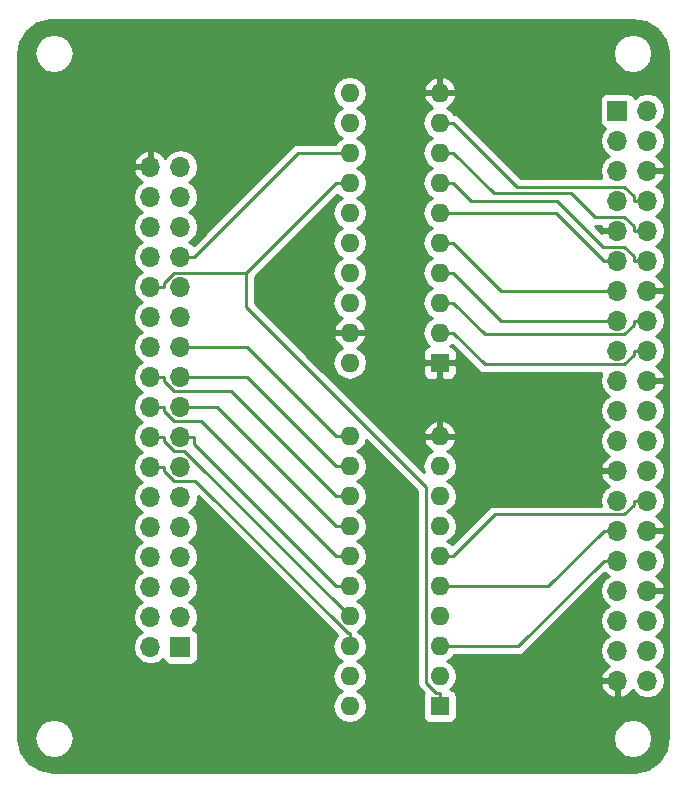
<source format=gbr>
G04 #@! TF.FileFunction,Copper,L2,Bot,Signal*
%FSLAX46Y46*%
G04 Gerber Fmt 4.6, Leading zero omitted, Abs format (unit mm)*
G04 Created by KiCad (PCBNEW 4.0.7) date 12/26/17 02:37:40*
%MOMM*%
%LPD*%
G01*
G04 APERTURE LIST*
%ADD10C,0.100000*%
%ADD11R,1.700000X1.700000*%
%ADD12O,1.700000X1.700000*%
%ADD13R,1.600000X1.600000*%
%ADD14O,1.600000X1.600000*%
%ADD15C,0.250000*%
%ADD16C,0.254000*%
G04 APERTURE END LIST*
D10*
D11*
X252633000Y-59933800D03*
D12*
X255173000Y-59933800D03*
X252633000Y-62473800D03*
X255173000Y-62473800D03*
X252633000Y-65013800D03*
X255173000Y-65013800D03*
X252633000Y-67553800D03*
X255173000Y-67553800D03*
X252633000Y-70093800D03*
X255173000Y-70093800D03*
X252633000Y-72633800D03*
X255173000Y-72633800D03*
X252633000Y-75173800D03*
X255173000Y-75173800D03*
X252633000Y-77713800D03*
X255173000Y-77713800D03*
X252633000Y-80253800D03*
X255173000Y-80253800D03*
X252633000Y-82793800D03*
X255173000Y-82793800D03*
X252633000Y-85333800D03*
X255173000Y-85333800D03*
X252633000Y-87873800D03*
X255173000Y-87873800D03*
X252633000Y-90413800D03*
X255173000Y-90413800D03*
X252633000Y-92953800D03*
X255173000Y-92953800D03*
X252633000Y-95493800D03*
X255173000Y-95493800D03*
X252633000Y-98033800D03*
X255173000Y-98033800D03*
X252633000Y-100573800D03*
X255173000Y-100573800D03*
X252633000Y-103113800D03*
X255173000Y-103113800D03*
X252633000Y-105653800D03*
X255173000Y-105653800D03*
X252633000Y-108193800D03*
X255173000Y-108193800D03*
D11*
X215633000Y-105334000D03*
D12*
X213093000Y-105334000D03*
X215633000Y-102794000D03*
X213093000Y-102794000D03*
X215633000Y-100254000D03*
X213093000Y-100254000D03*
X215633000Y-97714000D03*
X213093000Y-97714000D03*
X215633000Y-95174000D03*
X213093000Y-95174000D03*
X215633000Y-92634000D03*
X213093000Y-92634000D03*
X215633000Y-90094000D03*
X213093000Y-90094000D03*
X215633000Y-87554000D03*
X213093000Y-87554000D03*
X215633000Y-85014000D03*
X213093000Y-85014000D03*
X215633000Y-82474000D03*
X213093000Y-82474000D03*
X215633000Y-79934000D03*
X213093000Y-79934000D03*
X215633000Y-77394000D03*
X213093000Y-77394000D03*
X215633000Y-74854000D03*
X213093000Y-74854000D03*
X215633000Y-72314000D03*
X213093000Y-72314000D03*
X215633000Y-69774000D03*
X213093000Y-69774000D03*
X215633000Y-67234000D03*
X213093000Y-67234000D03*
X215633000Y-64694000D03*
X213093000Y-64694000D03*
D13*
X237579000Y-81280000D03*
D14*
X229959000Y-58420000D03*
X237579000Y-78740000D03*
X229959000Y-60960000D03*
X237579000Y-76200000D03*
X229959000Y-63500000D03*
X237579000Y-73660000D03*
X229959000Y-66040000D03*
X237579000Y-71120000D03*
X229959000Y-68580000D03*
X237579000Y-68580000D03*
X229959000Y-71120000D03*
X237579000Y-66040000D03*
X229959000Y-73660000D03*
X237579000Y-63500000D03*
X229959000Y-76200000D03*
X237579000Y-60960000D03*
X229959000Y-78740000D03*
X237579000Y-58420000D03*
X229959000Y-81280000D03*
D13*
X237579000Y-110363000D03*
D14*
X229959000Y-87503000D03*
X237579000Y-107823000D03*
X229959000Y-90043000D03*
X237579000Y-105283000D03*
X229959000Y-92583000D03*
X237579000Y-102743000D03*
X229959000Y-95123000D03*
X237579000Y-100203000D03*
X229959000Y-97663000D03*
X237579000Y-97663000D03*
X229959000Y-100203000D03*
X237579000Y-95123000D03*
X229959000Y-102743000D03*
X237579000Y-92583000D03*
X229959000Y-105283000D03*
X237579000Y-90043000D03*
X229959000Y-107823000D03*
X237579000Y-87503000D03*
X229959000Y-110363000D03*
D15*
X253997700Y-67186400D02*
X253997700Y-67553800D01*
X253189800Y-66378500D02*
X253997700Y-67186400D01*
X244122800Y-66378500D02*
X253189800Y-66378500D01*
X238704300Y-60960000D02*
X244122800Y-66378500D01*
X237579000Y-60960000D02*
X238704300Y-60960000D01*
X255173000Y-67553800D02*
X253997700Y-67553800D01*
X253997700Y-69726400D02*
X253997700Y-70093800D01*
X253189800Y-68918500D02*
X253997700Y-69726400D01*
X250691900Y-68918500D02*
X253189800Y-68918500D01*
X248713600Y-66940200D02*
X250691900Y-68918500D01*
X242144500Y-66940200D02*
X248713600Y-66940200D01*
X238704300Y-63500000D02*
X242144500Y-66940200D01*
X237579000Y-63500000D02*
X238704300Y-63500000D01*
X255173000Y-70093800D02*
X253997700Y-70093800D01*
X242758100Y-75173800D02*
X252633000Y-75173800D01*
X238704300Y-71120000D02*
X242758100Y-75173800D01*
X237579000Y-71120000D02*
X238704300Y-71120000D01*
X253997700Y-72266400D02*
X253997700Y-72633800D01*
X253189800Y-71458500D02*
X253997700Y-72266400D01*
X251402100Y-71458500D02*
X253189800Y-71458500D01*
X247544400Y-67600800D02*
X251402100Y-71458500D01*
X240265100Y-67600800D02*
X247544400Y-67600800D01*
X238704300Y-66040000D02*
X240265100Y-67600800D01*
X237579000Y-66040000D02*
X238704300Y-66040000D01*
X255173000Y-72633800D02*
X253997700Y-72633800D01*
X242758100Y-77713800D02*
X252633000Y-77713800D01*
X238704300Y-73660000D02*
X242758100Y-77713800D01*
X237579000Y-73660000D02*
X238704300Y-73660000D01*
X253997700Y-78081200D02*
X253997700Y-77713800D01*
X253189800Y-78889100D02*
X253997700Y-78081200D01*
X241393400Y-78889100D02*
X253189800Y-78889100D01*
X238704300Y-76200000D02*
X241393400Y-78889100D01*
X237579000Y-76200000D02*
X238704300Y-76200000D01*
X255173000Y-77713800D02*
X253997700Y-77713800D01*
X253997700Y-80621200D02*
X253997700Y-80253800D01*
X253189800Y-81429100D02*
X253997700Y-80621200D01*
X241393400Y-81429100D02*
X253189800Y-81429100D01*
X238704300Y-78740000D02*
X241393400Y-81429100D01*
X237579000Y-78740000D02*
X238704300Y-78740000D01*
X255173000Y-80253800D02*
X253997700Y-80253800D01*
X247403900Y-68580000D02*
X251457700Y-72633800D01*
X237579000Y-68580000D02*
X247403900Y-68580000D01*
X252633000Y-72633800D02*
X251457700Y-72633800D01*
X253997700Y-93321200D02*
X253997700Y-92953800D01*
X253189800Y-94129100D02*
X253997700Y-93321200D01*
X242238200Y-94129100D02*
X253189800Y-94129100D01*
X238704300Y-97663000D02*
X242238200Y-94129100D01*
X237579000Y-97663000D02*
X238704300Y-97663000D01*
X255173000Y-92953800D02*
X253997700Y-92953800D01*
X246748500Y-100203000D02*
X251457700Y-95493800D01*
X237579000Y-100203000D02*
X246748500Y-100203000D01*
X252633000Y-95493800D02*
X251457700Y-95493800D01*
X244208500Y-105283000D02*
X251457700Y-98033800D01*
X237579000Y-105283000D02*
X244208500Y-105283000D01*
X252633000Y-98033800D02*
X251457700Y-98033800D01*
X216808300Y-88177600D02*
X216808300Y-87554000D01*
X228833700Y-100203000D02*
X216808300Y-88177600D01*
X229959000Y-100203000D02*
X228833700Y-100203000D01*
X215633000Y-87554000D02*
X216808300Y-87554000D01*
X218724700Y-85014000D02*
X215633000Y-85014000D01*
X228833700Y-95123000D02*
X218724700Y-85014000D01*
X229959000Y-95123000D02*
X228833700Y-95123000D01*
X229959000Y-90043000D02*
X228833700Y-90043000D01*
X221264700Y-82474000D02*
X215633000Y-82474000D01*
X228833700Y-90043000D02*
X221264700Y-82474000D01*
X221264700Y-79934000D02*
X215633000Y-79934000D01*
X228833700Y-87503000D02*
X221264700Y-79934000D01*
X229959000Y-87503000D02*
X228833700Y-87503000D01*
X225622300Y-63500000D02*
X216808300Y-72314000D01*
X229959000Y-63500000D02*
X225622300Y-63500000D01*
X215633000Y-72314000D02*
X216808300Y-72314000D01*
X229959000Y-105283000D02*
X229959000Y-104157700D01*
X213093000Y-90094000D02*
X214268300Y-90094000D01*
X214268300Y-90461400D02*
X214268300Y-90094000D01*
X215076200Y-91269300D02*
X214268300Y-90461400D01*
X216887000Y-91269300D02*
X215076200Y-91269300D01*
X229775400Y-104157700D02*
X216887000Y-91269300D01*
X229959000Y-104157700D02*
X229775400Y-104157700D01*
X214268300Y-87921400D02*
X214268300Y-87554000D01*
X215076200Y-88729300D02*
X214268300Y-87921400D01*
X215945300Y-88729300D02*
X215076200Y-88729300D01*
X229959000Y-102743000D02*
X215945300Y-88729300D01*
X213093000Y-87554000D02*
X214268300Y-87554000D01*
X214268300Y-85381400D02*
X214268300Y-85014000D01*
X215076200Y-86189300D02*
X214268300Y-85381400D01*
X217360000Y-86189300D02*
X215076200Y-86189300D01*
X228833700Y-97663000D02*
X217360000Y-86189300D01*
X229959000Y-97663000D02*
X228833700Y-97663000D01*
X213093000Y-85014000D02*
X214268300Y-85014000D01*
X214268300Y-82841400D02*
X214268300Y-82474000D01*
X215076200Y-83649300D02*
X214268300Y-82841400D01*
X219900000Y-83649300D02*
X215076200Y-83649300D01*
X228833700Y-92583000D02*
X219900000Y-83649300D01*
X229959000Y-92583000D02*
X228833700Y-92583000D01*
X213093000Y-82474000D02*
X214268300Y-82474000D01*
X229959000Y-66040000D02*
X228833700Y-66040000D01*
X213093000Y-74854000D02*
X214268300Y-74854000D01*
X237579000Y-110363000D02*
X237579000Y-109237700D01*
X221195000Y-76575200D02*
X221195000Y-73678700D01*
X236453700Y-91833900D02*
X221195000Y-76575200D01*
X236453700Y-108393800D02*
X236453700Y-91833900D01*
X237297600Y-109237700D02*
X236453700Y-108393800D01*
X237579000Y-109237700D02*
X237297600Y-109237700D01*
X228833700Y-66040000D02*
X221195000Y-73678700D01*
X214268300Y-74486600D02*
X214268300Y-74854000D01*
X215076200Y-73678700D02*
X214268300Y-74486600D01*
X221195000Y-73678700D02*
X215076200Y-73678700D01*
D16*
G36*
X255051383Y-52447974D02*
X255988119Y-53026451D01*
X256633701Y-53921482D01*
X256896800Y-55000140D01*
X256896800Y-112883993D01*
X256707384Y-114053835D01*
X256128905Y-114990572D01*
X255233876Y-115636153D01*
X254155218Y-115899252D01*
X204862710Y-115899252D01*
X203710717Y-115712726D01*
X202773980Y-115134247D01*
X202128399Y-114239218D01*
X201862760Y-113150147D01*
X201862760Y-113080800D01*
X203241810Y-113080800D01*
X203369136Y-113720911D01*
X203731730Y-114263570D01*
X204274389Y-114626164D01*
X204914500Y-114753490D01*
X205554611Y-114626164D01*
X206097270Y-114263570D01*
X206459864Y-113720911D01*
X206584663Y-113093500D01*
X252238410Y-113093500D01*
X252365736Y-113733611D01*
X252728330Y-114276270D01*
X253270989Y-114638864D01*
X253911100Y-114766190D01*
X254551211Y-114638864D01*
X255093870Y-114276270D01*
X255456464Y-113733611D01*
X255583790Y-113093500D01*
X255456464Y-112453389D01*
X255093870Y-111910730D01*
X254551211Y-111548136D01*
X253911100Y-111420810D01*
X253270989Y-111548136D01*
X252728330Y-111910730D01*
X252365736Y-112453389D01*
X252238410Y-113093500D01*
X206584663Y-113093500D01*
X206587190Y-113080800D01*
X206459864Y-112440689D01*
X206097270Y-111898030D01*
X205554611Y-111535436D01*
X204914500Y-111408110D01*
X204274389Y-111535436D01*
X203731730Y-111898030D01*
X203369136Y-112440689D01*
X203241810Y-113080800D01*
X201862760Y-113080800D01*
X201862760Y-67234000D01*
X211578907Y-67234000D01*
X211691946Y-67802285D01*
X212013853Y-68284054D01*
X212343026Y-68504000D01*
X212013853Y-68723946D01*
X211691946Y-69205715D01*
X211578907Y-69774000D01*
X211691946Y-70342285D01*
X212013853Y-70824054D01*
X212343026Y-71044000D01*
X212013853Y-71263946D01*
X211691946Y-71745715D01*
X211578907Y-72314000D01*
X211691946Y-72882285D01*
X212013853Y-73364054D01*
X212343026Y-73584000D01*
X212013853Y-73803946D01*
X211691946Y-74285715D01*
X211578907Y-74854000D01*
X211691946Y-75422285D01*
X212013853Y-75904054D01*
X212343026Y-76124000D01*
X212013853Y-76343946D01*
X211691946Y-76825715D01*
X211578907Y-77394000D01*
X211691946Y-77962285D01*
X212013853Y-78444054D01*
X212343026Y-78664000D01*
X212013853Y-78883946D01*
X211691946Y-79365715D01*
X211578907Y-79934000D01*
X211691946Y-80502285D01*
X212013853Y-80984054D01*
X212343026Y-81204000D01*
X212013853Y-81423946D01*
X211691946Y-81905715D01*
X211578907Y-82474000D01*
X211691946Y-83042285D01*
X212013853Y-83524054D01*
X212343026Y-83744000D01*
X212013853Y-83963946D01*
X211691946Y-84445715D01*
X211578907Y-85014000D01*
X211691946Y-85582285D01*
X212013853Y-86064054D01*
X212343026Y-86284000D01*
X212013853Y-86503946D01*
X211691946Y-86985715D01*
X211578907Y-87554000D01*
X211691946Y-88122285D01*
X212013853Y-88604054D01*
X212343026Y-88824000D01*
X212013853Y-89043946D01*
X211691946Y-89525715D01*
X211578907Y-90094000D01*
X211691946Y-90662285D01*
X212013853Y-91144054D01*
X212343026Y-91364000D01*
X212013853Y-91583946D01*
X211691946Y-92065715D01*
X211578907Y-92634000D01*
X211691946Y-93202285D01*
X212013853Y-93684054D01*
X212343026Y-93904000D01*
X212013853Y-94123946D01*
X211691946Y-94605715D01*
X211578907Y-95174000D01*
X211691946Y-95742285D01*
X212013853Y-96224054D01*
X212343026Y-96444000D01*
X212013853Y-96663946D01*
X211691946Y-97145715D01*
X211578907Y-97714000D01*
X211691946Y-98282285D01*
X212013853Y-98764054D01*
X212343026Y-98984000D01*
X212013853Y-99203946D01*
X211691946Y-99685715D01*
X211578907Y-100254000D01*
X211691946Y-100822285D01*
X212013853Y-101304054D01*
X212343026Y-101524000D01*
X212013853Y-101743946D01*
X211691946Y-102225715D01*
X211578907Y-102794000D01*
X211691946Y-103362285D01*
X212013853Y-103844054D01*
X212343026Y-104064000D01*
X212013853Y-104283946D01*
X211691946Y-104765715D01*
X211578907Y-105334000D01*
X211691946Y-105902285D01*
X212013853Y-106384054D01*
X212495622Y-106705961D01*
X213063907Y-106819000D01*
X213122093Y-106819000D01*
X213690378Y-106705961D01*
X214172147Y-106384054D01*
X214172971Y-106382821D01*
X214179838Y-106419317D01*
X214318910Y-106635441D01*
X214531110Y-106780431D01*
X214783000Y-106831440D01*
X216483000Y-106831440D01*
X216718317Y-106787162D01*
X216934441Y-106648090D01*
X217079431Y-106435890D01*
X217130440Y-106184000D01*
X217130440Y-104484000D01*
X217086162Y-104248683D01*
X216947090Y-104032559D01*
X216734890Y-103887569D01*
X216667459Y-103873914D01*
X216712147Y-103844054D01*
X217034054Y-103362285D01*
X217147093Y-102794000D01*
X217034054Y-102225715D01*
X216712147Y-101743946D01*
X216382974Y-101524000D01*
X216712147Y-101304054D01*
X217034054Y-100822285D01*
X217147093Y-100254000D01*
X217034054Y-99685715D01*
X216712147Y-99203946D01*
X216382974Y-98984000D01*
X216712147Y-98764054D01*
X217034054Y-98282285D01*
X217147093Y-97714000D01*
X217034054Y-97145715D01*
X216712147Y-96663946D01*
X216382974Y-96444000D01*
X216712147Y-96224054D01*
X217034054Y-95742285D01*
X217147093Y-95174000D01*
X217034054Y-94605715D01*
X216712147Y-94123946D01*
X216382974Y-93904000D01*
X216712147Y-93684054D01*
X217034054Y-93202285D01*
X217147093Y-92634000D01*
X217139692Y-92596794D01*
X228874136Y-104331238D01*
X228605120Y-104733849D01*
X228495887Y-105283000D01*
X228605120Y-105832151D01*
X228916189Y-106297698D01*
X229298275Y-106553000D01*
X228916189Y-106808302D01*
X228605120Y-107273849D01*
X228495887Y-107823000D01*
X228605120Y-108372151D01*
X228916189Y-108837698D01*
X229298275Y-109093000D01*
X228916189Y-109348302D01*
X228605120Y-109813849D01*
X228495887Y-110363000D01*
X228605120Y-110912151D01*
X228916189Y-111377698D01*
X229381736Y-111688767D01*
X229930887Y-111798000D01*
X229987113Y-111798000D01*
X230536264Y-111688767D01*
X231001811Y-111377698D01*
X231312880Y-110912151D01*
X231422113Y-110363000D01*
X231312880Y-109813849D01*
X231001811Y-109348302D01*
X230619725Y-109093000D01*
X231001811Y-108837698D01*
X231312880Y-108372151D01*
X231422113Y-107823000D01*
X231312880Y-107273849D01*
X231001811Y-106808302D01*
X230619725Y-106553000D01*
X231001811Y-106297698D01*
X231312880Y-105832151D01*
X231422113Y-105283000D01*
X231312880Y-104733849D01*
X231001811Y-104268302D01*
X230701022Y-104067321D01*
X230681947Y-103971424D01*
X231001811Y-103757698D01*
X231312880Y-103292151D01*
X231422113Y-102743000D01*
X231312880Y-102193849D01*
X231001811Y-101728302D01*
X230619725Y-101473000D01*
X231001811Y-101217698D01*
X231312880Y-100752151D01*
X231422113Y-100203000D01*
X231312880Y-99653849D01*
X231001811Y-99188302D01*
X230619725Y-98933000D01*
X231001811Y-98677698D01*
X231312880Y-98212151D01*
X231422113Y-97663000D01*
X231312880Y-97113849D01*
X231001811Y-96648302D01*
X230619725Y-96393000D01*
X231001811Y-96137698D01*
X231312880Y-95672151D01*
X231422113Y-95123000D01*
X231312880Y-94573849D01*
X231001811Y-94108302D01*
X230619725Y-93853000D01*
X231001811Y-93597698D01*
X231312880Y-93132151D01*
X231422113Y-92583000D01*
X231312880Y-92033849D01*
X231001811Y-91568302D01*
X230619725Y-91313000D01*
X231001811Y-91057698D01*
X231312880Y-90592151D01*
X231422113Y-90043000D01*
X231312880Y-89493849D01*
X231001811Y-89028302D01*
X230619725Y-88773000D01*
X231001811Y-88517698D01*
X231312880Y-88052151D01*
X231360043Y-87815045D01*
X235693700Y-92148702D01*
X235693700Y-108393800D01*
X235751552Y-108684639D01*
X235916299Y-108931201D01*
X236228697Y-109243599D01*
X236182569Y-109311110D01*
X236131560Y-109563000D01*
X236131560Y-111163000D01*
X236175838Y-111398317D01*
X236314910Y-111614441D01*
X236527110Y-111759431D01*
X236779000Y-111810440D01*
X238379000Y-111810440D01*
X238614317Y-111766162D01*
X238830441Y-111627090D01*
X238975431Y-111414890D01*
X239026440Y-111163000D01*
X239026440Y-109563000D01*
X238982162Y-109327683D01*
X238843090Y-109111559D01*
X238630890Y-108966569D01*
X238475911Y-108935185D01*
X238621811Y-108837698D01*
X238813583Y-108550690D01*
X251191524Y-108550690D01*
X251361355Y-108960724D01*
X251751642Y-109388983D01*
X252276108Y-109635286D01*
X252506000Y-109514619D01*
X252506000Y-108320800D01*
X251312845Y-108320800D01*
X251191524Y-108550690D01*
X238813583Y-108550690D01*
X238932880Y-108372151D01*
X239042113Y-107823000D01*
X238932880Y-107273849D01*
X238621811Y-106808302D01*
X238239725Y-106553000D01*
X238621811Y-106297698D01*
X238791995Y-106043000D01*
X244208500Y-106043000D01*
X244499339Y-105985148D01*
X244745901Y-105820401D01*
X251525252Y-99041050D01*
X251553853Y-99083854D01*
X251883026Y-99303800D01*
X251553853Y-99523746D01*
X251231946Y-100005515D01*
X251118907Y-100573800D01*
X251231946Y-101142085D01*
X251553853Y-101623854D01*
X251883026Y-101843800D01*
X251553853Y-102063746D01*
X251231946Y-102545515D01*
X251118907Y-103113800D01*
X251231946Y-103682085D01*
X251553853Y-104163854D01*
X251883026Y-104383800D01*
X251553853Y-104603746D01*
X251231946Y-105085515D01*
X251118907Y-105653800D01*
X251231946Y-106222085D01*
X251553853Y-106703854D01*
X251894553Y-106931502D01*
X251751642Y-106998617D01*
X251361355Y-107426876D01*
X251191524Y-107836910D01*
X251312845Y-108066800D01*
X252506000Y-108066800D01*
X252506000Y-108046800D01*
X252760000Y-108046800D01*
X252760000Y-108066800D01*
X252780000Y-108066800D01*
X252780000Y-108320800D01*
X252760000Y-108320800D01*
X252760000Y-109514619D01*
X252989892Y-109635286D01*
X253514358Y-109388983D01*
X253904645Y-108960724D01*
X253904655Y-108960699D01*
X254093853Y-109243854D01*
X254575622Y-109565761D01*
X255143907Y-109678800D01*
X255202093Y-109678800D01*
X255770378Y-109565761D01*
X256252147Y-109243854D01*
X256574054Y-108762085D01*
X256687093Y-108193800D01*
X256574054Y-107625515D01*
X256252147Y-107143746D01*
X255922974Y-106923800D01*
X256252147Y-106703854D01*
X256574054Y-106222085D01*
X256687093Y-105653800D01*
X256574054Y-105085515D01*
X256252147Y-104603746D01*
X255922974Y-104383800D01*
X256252147Y-104163854D01*
X256574054Y-103682085D01*
X256687093Y-103113800D01*
X256574054Y-102545515D01*
X256252147Y-102063746D01*
X255911447Y-101836098D01*
X256054358Y-101768983D01*
X256444645Y-101340724D01*
X256614476Y-100930690D01*
X256493155Y-100700800D01*
X255300000Y-100700800D01*
X255300000Y-100720800D01*
X255046000Y-100720800D01*
X255046000Y-100700800D01*
X255026000Y-100700800D01*
X255026000Y-100446800D01*
X255046000Y-100446800D01*
X255046000Y-100426800D01*
X255300000Y-100426800D01*
X255300000Y-100446800D01*
X256493155Y-100446800D01*
X256614476Y-100216910D01*
X256444645Y-99806876D01*
X256054358Y-99378617D01*
X255911447Y-99311502D01*
X256252147Y-99083854D01*
X256574054Y-98602085D01*
X256687093Y-98033800D01*
X256574054Y-97465515D01*
X256252147Y-96983746D01*
X255911447Y-96756098D01*
X256054358Y-96688983D01*
X256444645Y-96260724D01*
X256614476Y-95850690D01*
X256493155Y-95620800D01*
X255300000Y-95620800D01*
X255300000Y-95640800D01*
X255046000Y-95640800D01*
X255046000Y-95620800D01*
X255026000Y-95620800D01*
X255026000Y-95366800D01*
X255046000Y-95366800D01*
X255046000Y-95346800D01*
X255300000Y-95346800D01*
X255300000Y-95366800D01*
X256493155Y-95366800D01*
X256614476Y-95136910D01*
X256444645Y-94726876D01*
X256054358Y-94298617D01*
X255911447Y-94231502D01*
X256252147Y-94003854D01*
X256574054Y-93522085D01*
X256687093Y-92953800D01*
X256574054Y-92385515D01*
X256252147Y-91903746D01*
X255922974Y-91683800D01*
X256252147Y-91463854D01*
X256574054Y-90982085D01*
X256687093Y-90413800D01*
X256574054Y-89845515D01*
X256252147Y-89363746D01*
X255922974Y-89143800D01*
X256252147Y-88923854D01*
X256574054Y-88442085D01*
X256687093Y-87873800D01*
X256574054Y-87305515D01*
X256252147Y-86823746D01*
X255922974Y-86603800D01*
X256252147Y-86383854D01*
X256574054Y-85902085D01*
X256687093Y-85333800D01*
X256574054Y-84765515D01*
X256252147Y-84283746D01*
X255911447Y-84056098D01*
X256054358Y-83988983D01*
X256444645Y-83560724D01*
X256614476Y-83150690D01*
X256493155Y-82920800D01*
X255300000Y-82920800D01*
X255300000Y-82940800D01*
X255046000Y-82940800D01*
X255046000Y-82920800D01*
X255026000Y-82920800D01*
X255026000Y-82666800D01*
X255046000Y-82666800D01*
X255046000Y-82646800D01*
X255300000Y-82646800D01*
X255300000Y-82666800D01*
X256493155Y-82666800D01*
X256614476Y-82436910D01*
X256444645Y-82026876D01*
X256054358Y-81598617D01*
X255911447Y-81531502D01*
X256252147Y-81303854D01*
X256574054Y-80822085D01*
X256687093Y-80253800D01*
X256574054Y-79685515D01*
X256252147Y-79203746D01*
X255922974Y-78983800D01*
X256252147Y-78763854D01*
X256574054Y-78282085D01*
X256687093Y-77713800D01*
X256574054Y-77145515D01*
X256252147Y-76663746D01*
X255911447Y-76436098D01*
X256054358Y-76368983D01*
X256444645Y-75940724D01*
X256614476Y-75530690D01*
X256493155Y-75300800D01*
X255300000Y-75300800D01*
X255300000Y-75320800D01*
X255046000Y-75320800D01*
X255046000Y-75300800D01*
X255026000Y-75300800D01*
X255026000Y-75046800D01*
X255046000Y-75046800D01*
X255046000Y-75026800D01*
X255300000Y-75026800D01*
X255300000Y-75046800D01*
X256493155Y-75046800D01*
X256614476Y-74816910D01*
X256444645Y-74406876D01*
X256054358Y-73978617D01*
X255911447Y-73911502D01*
X256252147Y-73683854D01*
X256574054Y-73202085D01*
X256687093Y-72633800D01*
X256574054Y-72065515D01*
X256252147Y-71583746D01*
X255922974Y-71363800D01*
X256252147Y-71143854D01*
X256574054Y-70662085D01*
X256687093Y-70093800D01*
X256574054Y-69525515D01*
X256252147Y-69043746D01*
X255922974Y-68823800D01*
X256252147Y-68603854D01*
X256574054Y-68122085D01*
X256687093Y-67553800D01*
X256574054Y-66985515D01*
X256252147Y-66503746D01*
X255911447Y-66276098D01*
X256054358Y-66208983D01*
X256444645Y-65780724D01*
X256614476Y-65370690D01*
X256493155Y-65140800D01*
X255300000Y-65140800D01*
X255300000Y-65160800D01*
X255046000Y-65160800D01*
X255046000Y-65140800D01*
X255026000Y-65140800D01*
X255026000Y-64886800D01*
X255046000Y-64886800D01*
X255046000Y-64866800D01*
X255300000Y-64866800D01*
X255300000Y-64886800D01*
X256493155Y-64886800D01*
X256614476Y-64656910D01*
X256444645Y-64246876D01*
X256054358Y-63818617D01*
X255911447Y-63751502D01*
X256252147Y-63523854D01*
X256574054Y-63042085D01*
X256687093Y-62473800D01*
X256574054Y-61905515D01*
X256252147Y-61423746D01*
X255922974Y-61203800D01*
X256252147Y-60983854D01*
X256574054Y-60502085D01*
X256687093Y-59933800D01*
X256574054Y-59365515D01*
X256252147Y-58883746D01*
X255770378Y-58561839D01*
X255202093Y-58448800D01*
X255143907Y-58448800D01*
X254575622Y-58561839D01*
X254093853Y-58883746D01*
X254093029Y-58884979D01*
X254086162Y-58848483D01*
X253947090Y-58632359D01*
X253734890Y-58487369D01*
X253483000Y-58436360D01*
X251783000Y-58436360D01*
X251547683Y-58480638D01*
X251331559Y-58619710D01*
X251186569Y-58831910D01*
X251135560Y-59083800D01*
X251135560Y-60783800D01*
X251179838Y-61019117D01*
X251318910Y-61235241D01*
X251531110Y-61380231D01*
X251598541Y-61393886D01*
X251553853Y-61423746D01*
X251231946Y-61905515D01*
X251118907Y-62473800D01*
X251231946Y-63042085D01*
X251553853Y-63523854D01*
X251883026Y-63743800D01*
X251553853Y-63963746D01*
X251231946Y-64445515D01*
X251118907Y-65013800D01*
X251231946Y-65582085D01*
X251256278Y-65618500D01*
X244437602Y-65618500D01*
X239241701Y-60422599D01*
X238995139Y-60257852D01*
X238805437Y-60220118D01*
X238621811Y-59945302D01*
X238217297Y-59675014D01*
X238434134Y-59572389D01*
X238810041Y-59157423D01*
X238970904Y-58769039D01*
X238848915Y-58547000D01*
X237706000Y-58547000D01*
X237706000Y-58567000D01*
X237452000Y-58567000D01*
X237452000Y-58547000D01*
X236309085Y-58547000D01*
X236187096Y-58769039D01*
X236347959Y-59157423D01*
X236723866Y-59572389D01*
X236940703Y-59675014D01*
X236536189Y-59945302D01*
X236225120Y-60410849D01*
X236115887Y-60960000D01*
X236225120Y-61509151D01*
X236536189Y-61974698D01*
X236918275Y-62230000D01*
X236536189Y-62485302D01*
X236225120Y-62950849D01*
X236115887Y-63500000D01*
X236225120Y-64049151D01*
X236536189Y-64514698D01*
X236918275Y-64770000D01*
X236536189Y-65025302D01*
X236225120Y-65490849D01*
X236115887Y-66040000D01*
X236225120Y-66589151D01*
X236536189Y-67054698D01*
X236918275Y-67310000D01*
X236536189Y-67565302D01*
X236225120Y-68030849D01*
X236115887Y-68580000D01*
X236225120Y-69129151D01*
X236536189Y-69594698D01*
X236918275Y-69850000D01*
X236536189Y-70105302D01*
X236225120Y-70570849D01*
X236115887Y-71120000D01*
X236225120Y-71669151D01*
X236536189Y-72134698D01*
X236918275Y-72390000D01*
X236536189Y-72645302D01*
X236225120Y-73110849D01*
X236115887Y-73660000D01*
X236225120Y-74209151D01*
X236536189Y-74674698D01*
X236918275Y-74930000D01*
X236536189Y-75185302D01*
X236225120Y-75650849D01*
X236115887Y-76200000D01*
X236225120Y-76749151D01*
X236536189Y-77214698D01*
X236918275Y-77470000D01*
X236536189Y-77725302D01*
X236225120Y-78190849D01*
X236115887Y-78740000D01*
X236225120Y-79289151D01*
X236536189Y-79754698D01*
X236671335Y-79845000D01*
X236652691Y-79845000D01*
X236419302Y-79941673D01*
X236240673Y-80120301D01*
X236144000Y-80353690D01*
X236144000Y-80994250D01*
X236302750Y-81153000D01*
X237452000Y-81153000D01*
X237452000Y-81133000D01*
X237706000Y-81133000D01*
X237706000Y-81153000D01*
X238855250Y-81153000D01*
X239014000Y-80994250D01*
X239014000Y-80353690D01*
X238917327Y-80120301D01*
X238738698Y-79941673D01*
X238505309Y-79845000D01*
X238486665Y-79845000D01*
X238621811Y-79754698D01*
X238630777Y-79741279D01*
X240855999Y-81966501D01*
X241102561Y-82131248D01*
X241393400Y-82189100D01*
X251256278Y-82189100D01*
X251231946Y-82225515D01*
X251118907Y-82793800D01*
X251231946Y-83362085D01*
X251553853Y-83843854D01*
X251883026Y-84063800D01*
X251553853Y-84283746D01*
X251231946Y-84765515D01*
X251118907Y-85333800D01*
X251231946Y-85902085D01*
X251553853Y-86383854D01*
X251883026Y-86603800D01*
X251553853Y-86823746D01*
X251231946Y-87305515D01*
X251118907Y-87873800D01*
X251231946Y-88442085D01*
X251553853Y-88923854D01*
X251894553Y-89151502D01*
X251751642Y-89218617D01*
X251361355Y-89646876D01*
X251191524Y-90056910D01*
X251312845Y-90286800D01*
X252506000Y-90286800D01*
X252506000Y-90266800D01*
X252760000Y-90266800D01*
X252760000Y-90286800D01*
X252780000Y-90286800D01*
X252780000Y-90540800D01*
X252760000Y-90540800D01*
X252760000Y-90560800D01*
X252506000Y-90560800D01*
X252506000Y-90540800D01*
X251312845Y-90540800D01*
X251191524Y-90770690D01*
X251361355Y-91180724D01*
X251751642Y-91608983D01*
X251894553Y-91676098D01*
X251553853Y-91903746D01*
X251231946Y-92385515D01*
X251118907Y-92953800D01*
X251201515Y-93369100D01*
X242238200Y-93369100D01*
X241947360Y-93426952D01*
X241700799Y-93591699D01*
X238630777Y-96661721D01*
X238621811Y-96648302D01*
X238239725Y-96393000D01*
X238621811Y-96137698D01*
X238932880Y-95672151D01*
X239042113Y-95123000D01*
X238932880Y-94573849D01*
X238621811Y-94108302D01*
X238239725Y-93853000D01*
X238621811Y-93597698D01*
X238932880Y-93132151D01*
X239042113Y-92583000D01*
X238932880Y-92033849D01*
X238621811Y-91568302D01*
X238239725Y-91313000D01*
X238621811Y-91057698D01*
X238932880Y-90592151D01*
X239042113Y-90043000D01*
X238932880Y-89493849D01*
X238621811Y-89028302D01*
X238217297Y-88758014D01*
X238434134Y-88655389D01*
X238810041Y-88240423D01*
X238970904Y-87852039D01*
X238848915Y-87630000D01*
X237706000Y-87630000D01*
X237706000Y-87650000D01*
X237452000Y-87650000D01*
X237452000Y-87630000D01*
X236309085Y-87630000D01*
X236187096Y-87852039D01*
X236347959Y-88240423D01*
X236723866Y-88655389D01*
X236940703Y-88758014D01*
X236536189Y-89028302D01*
X236225120Y-89493849D01*
X236115887Y-90043000D01*
X236209816Y-90515214D01*
X232848563Y-87153961D01*
X236187096Y-87153961D01*
X236309085Y-87376000D01*
X237452000Y-87376000D01*
X237452000Y-86232371D01*
X237706000Y-86232371D01*
X237706000Y-87376000D01*
X238848915Y-87376000D01*
X238970904Y-87153961D01*
X238810041Y-86765577D01*
X238434134Y-86350611D01*
X237928041Y-86111086D01*
X237706000Y-86232371D01*
X237452000Y-86232371D01*
X237229959Y-86111086D01*
X236723866Y-86350611D01*
X236347959Y-86765577D01*
X236187096Y-87153961D01*
X232848563Y-87153961D01*
X226974602Y-81280000D01*
X228495887Y-81280000D01*
X228605120Y-81829151D01*
X228916189Y-82294698D01*
X229381736Y-82605767D01*
X229930887Y-82715000D01*
X229987113Y-82715000D01*
X230536264Y-82605767D01*
X231001811Y-82294698D01*
X231312880Y-81829151D01*
X231365273Y-81565750D01*
X236144000Y-81565750D01*
X236144000Y-82206310D01*
X236240673Y-82439699D01*
X236419302Y-82618327D01*
X236652691Y-82715000D01*
X237293250Y-82715000D01*
X237452000Y-82556250D01*
X237452000Y-81407000D01*
X237706000Y-81407000D01*
X237706000Y-82556250D01*
X237864750Y-82715000D01*
X238505309Y-82715000D01*
X238738698Y-82618327D01*
X238917327Y-82439699D01*
X239014000Y-82206310D01*
X239014000Y-81565750D01*
X238855250Y-81407000D01*
X237706000Y-81407000D01*
X237452000Y-81407000D01*
X236302750Y-81407000D01*
X236144000Y-81565750D01*
X231365273Y-81565750D01*
X231422113Y-81280000D01*
X231312880Y-80730849D01*
X231001811Y-80265302D01*
X230597297Y-79995014D01*
X230814134Y-79892389D01*
X231190041Y-79477423D01*
X231350904Y-79089039D01*
X231228915Y-78867000D01*
X230086000Y-78867000D01*
X230086000Y-78887000D01*
X229832000Y-78887000D01*
X229832000Y-78867000D01*
X228689085Y-78867000D01*
X228567096Y-79089039D01*
X228727959Y-79477423D01*
X229103866Y-79892389D01*
X229320703Y-79995014D01*
X228916189Y-80265302D01*
X228605120Y-80730849D01*
X228495887Y-81280000D01*
X226974602Y-81280000D01*
X221955000Y-76260398D01*
X221955000Y-73993502D01*
X228907223Y-67041279D01*
X228916189Y-67054698D01*
X229298275Y-67310000D01*
X228916189Y-67565302D01*
X228605120Y-68030849D01*
X228495887Y-68580000D01*
X228605120Y-69129151D01*
X228916189Y-69594698D01*
X229298275Y-69850000D01*
X228916189Y-70105302D01*
X228605120Y-70570849D01*
X228495887Y-71120000D01*
X228605120Y-71669151D01*
X228916189Y-72134698D01*
X229298275Y-72390000D01*
X228916189Y-72645302D01*
X228605120Y-73110849D01*
X228495887Y-73660000D01*
X228605120Y-74209151D01*
X228916189Y-74674698D01*
X229298275Y-74930000D01*
X228916189Y-75185302D01*
X228605120Y-75650849D01*
X228495887Y-76200000D01*
X228605120Y-76749151D01*
X228916189Y-77214698D01*
X229320703Y-77484986D01*
X229103866Y-77587611D01*
X228727959Y-78002577D01*
X228567096Y-78390961D01*
X228689085Y-78613000D01*
X229832000Y-78613000D01*
X229832000Y-78593000D01*
X230086000Y-78593000D01*
X230086000Y-78613000D01*
X231228915Y-78613000D01*
X231350904Y-78390961D01*
X231190041Y-78002577D01*
X230814134Y-77587611D01*
X230597297Y-77484986D01*
X231001811Y-77214698D01*
X231312880Y-76749151D01*
X231422113Y-76200000D01*
X231312880Y-75650849D01*
X231001811Y-75185302D01*
X230619725Y-74930000D01*
X231001811Y-74674698D01*
X231312880Y-74209151D01*
X231422113Y-73660000D01*
X231312880Y-73110849D01*
X231001811Y-72645302D01*
X230619725Y-72390000D01*
X231001811Y-72134698D01*
X231312880Y-71669151D01*
X231422113Y-71120000D01*
X231312880Y-70570849D01*
X231001811Y-70105302D01*
X230619725Y-69850000D01*
X231001811Y-69594698D01*
X231312880Y-69129151D01*
X231422113Y-68580000D01*
X231312880Y-68030849D01*
X231001811Y-67565302D01*
X230619725Y-67310000D01*
X231001811Y-67054698D01*
X231312880Y-66589151D01*
X231422113Y-66040000D01*
X231312880Y-65490849D01*
X231001811Y-65025302D01*
X230619725Y-64770000D01*
X231001811Y-64514698D01*
X231312880Y-64049151D01*
X231422113Y-63500000D01*
X231312880Y-62950849D01*
X231001811Y-62485302D01*
X230619725Y-62230000D01*
X231001811Y-61974698D01*
X231312880Y-61509151D01*
X231422113Y-60960000D01*
X231312880Y-60410849D01*
X231001811Y-59945302D01*
X230619725Y-59690000D01*
X231001811Y-59434698D01*
X231312880Y-58969151D01*
X231422113Y-58420000D01*
X231352685Y-58070961D01*
X236187096Y-58070961D01*
X236309085Y-58293000D01*
X237452000Y-58293000D01*
X237452000Y-57149371D01*
X237706000Y-57149371D01*
X237706000Y-58293000D01*
X238848915Y-58293000D01*
X238970904Y-58070961D01*
X238810041Y-57682577D01*
X238434134Y-57267611D01*
X237928041Y-57028086D01*
X237706000Y-57149371D01*
X237452000Y-57149371D01*
X237229959Y-57028086D01*
X236723866Y-57267611D01*
X236347959Y-57682577D01*
X236187096Y-58070961D01*
X231352685Y-58070961D01*
X231312880Y-57870849D01*
X231001811Y-57405302D01*
X230536264Y-57094233D01*
X229987113Y-56985000D01*
X229930887Y-56985000D01*
X229381736Y-57094233D01*
X228916189Y-57405302D01*
X228605120Y-57870849D01*
X228495887Y-58420000D01*
X228605120Y-58969151D01*
X228916189Y-59434698D01*
X229298275Y-59690000D01*
X228916189Y-59945302D01*
X228605120Y-60410849D01*
X228495887Y-60960000D01*
X228605120Y-61509151D01*
X228916189Y-61974698D01*
X229298275Y-62230000D01*
X228916189Y-62485302D01*
X228746005Y-62740000D01*
X225622300Y-62740000D01*
X225331460Y-62797852D01*
X225084899Y-62962599D01*
X216740748Y-71306750D01*
X216712147Y-71263946D01*
X216382974Y-71044000D01*
X216712147Y-70824054D01*
X217034054Y-70342285D01*
X217147093Y-69774000D01*
X217034054Y-69205715D01*
X216712147Y-68723946D01*
X216382974Y-68504000D01*
X216712147Y-68284054D01*
X217034054Y-67802285D01*
X217147093Y-67234000D01*
X217034054Y-66665715D01*
X216712147Y-66183946D01*
X216382974Y-65964000D01*
X216712147Y-65744054D01*
X217034054Y-65262285D01*
X217147093Y-64694000D01*
X217034054Y-64125715D01*
X216712147Y-63643946D01*
X216230378Y-63322039D01*
X215662093Y-63209000D01*
X215603907Y-63209000D01*
X215035622Y-63322039D01*
X214553853Y-63643946D01*
X214364655Y-63927101D01*
X214364645Y-63927076D01*
X213974358Y-63498817D01*
X213449892Y-63252514D01*
X213220000Y-63373181D01*
X213220000Y-64567000D01*
X213240000Y-64567000D01*
X213240000Y-64821000D01*
X213220000Y-64821000D01*
X213220000Y-64841000D01*
X212966000Y-64841000D01*
X212966000Y-64821000D01*
X211772845Y-64821000D01*
X211651524Y-65050890D01*
X211821355Y-65460924D01*
X212211642Y-65889183D01*
X212354553Y-65956298D01*
X212013853Y-66183946D01*
X211691946Y-66665715D01*
X211578907Y-67234000D01*
X201862760Y-67234000D01*
X201862760Y-64337110D01*
X211651524Y-64337110D01*
X211772845Y-64567000D01*
X212966000Y-64567000D01*
X212966000Y-63373181D01*
X212736108Y-63252514D01*
X212211642Y-63498817D01*
X211821355Y-63927076D01*
X211651524Y-64337110D01*
X201862760Y-64337110D01*
X201862760Y-55274559D01*
X201894278Y-55079900D01*
X203241810Y-55079900D01*
X203369136Y-55720011D01*
X203731730Y-56262670D01*
X204274389Y-56625264D01*
X204914500Y-56752590D01*
X205554611Y-56625264D01*
X206097270Y-56262670D01*
X206459864Y-55720011D01*
X206587190Y-55079900D01*
X252251110Y-55079900D01*
X252378436Y-55720011D01*
X252741030Y-56262670D01*
X253283689Y-56625264D01*
X253923800Y-56752590D01*
X254563911Y-56625264D01*
X255106570Y-56262670D01*
X255469164Y-55720011D01*
X255596490Y-55079900D01*
X255469164Y-54439789D01*
X255106570Y-53897130D01*
X254563911Y-53534536D01*
X253923800Y-53407210D01*
X253283689Y-53534536D01*
X252741030Y-53897130D01*
X252378436Y-54439789D01*
X252251110Y-55079900D01*
X206587190Y-55079900D01*
X206459864Y-54439789D01*
X206097270Y-53897130D01*
X205554611Y-53534536D01*
X204914500Y-53407210D01*
X204274389Y-53534536D01*
X203731730Y-53897130D01*
X203369136Y-54439789D01*
X203241810Y-55079900D01*
X201894278Y-55079900D01*
X202052176Y-54104717D01*
X202630653Y-53167981D01*
X203525684Y-52522399D01*
X204604342Y-52259300D01*
X253886124Y-52259300D01*
X255051383Y-52447974D01*
X255051383Y-52447974D01*
G37*
X255051383Y-52447974D02*
X255988119Y-53026451D01*
X256633701Y-53921482D01*
X256896800Y-55000140D01*
X256896800Y-112883993D01*
X256707384Y-114053835D01*
X256128905Y-114990572D01*
X255233876Y-115636153D01*
X254155218Y-115899252D01*
X204862710Y-115899252D01*
X203710717Y-115712726D01*
X202773980Y-115134247D01*
X202128399Y-114239218D01*
X201862760Y-113150147D01*
X201862760Y-113080800D01*
X203241810Y-113080800D01*
X203369136Y-113720911D01*
X203731730Y-114263570D01*
X204274389Y-114626164D01*
X204914500Y-114753490D01*
X205554611Y-114626164D01*
X206097270Y-114263570D01*
X206459864Y-113720911D01*
X206584663Y-113093500D01*
X252238410Y-113093500D01*
X252365736Y-113733611D01*
X252728330Y-114276270D01*
X253270989Y-114638864D01*
X253911100Y-114766190D01*
X254551211Y-114638864D01*
X255093870Y-114276270D01*
X255456464Y-113733611D01*
X255583790Y-113093500D01*
X255456464Y-112453389D01*
X255093870Y-111910730D01*
X254551211Y-111548136D01*
X253911100Y-111420810D01*
X253270989Y-111548136D01*
X252728330Y-111910730D01*
X252365736Y-112453389D01*
X252238410Y-113093500D01*
X206584663Y-113093500D01*
X206587190Y-113080800D01*
X206459864Y-112440689D01*
X206097270Y-111898030D01*
X205554611Y-111535436D01*
X204914500Y-111408110D01*
X204274389Y-111535436D01*
X203731730Y-111898030D01*
X203369136Y-112440689D01*
X203241810Y-113080800D01*
X201862760Y-113080800D01*
X201862760Y-67234000D01*
X211578907Y-67234000D01*
X211691946Y-67802285D01*
X212013853Y-68284054D01*
X212343026Y-68504000D01*
X212013853Y-68723946D01*
X211691946Y-69205715D01*
X211578907Y-69774000D01*
X211691946Y-70342285D01*
X212013853Y-70824054D01*
X212343026Y-71044000D01*
X212013853Y-71263946D01*
X211691946Y-71745715D01*
X211578907Y-72314000D01*
X211691946Y-72882285D01*
X212013853Y-73364054D01*
X212343026Y-73584000D01*
X212013853Y-73803946D01*
X211691946Y-74285715D01*
X211578907Y-74854000D01*
X211691946Y-75422285D01*
X212013853Y-75904054D01*
X212343026Y-76124000D01*
X212013853Y-76343946D01*
X211691946Y-76825715D01*
X211578907Y-77394000D01*
X211691946Y-77962285D01*
X212013853Y-78444054D01*
X212343026Y-78664000D01*
X212013853Y-78883946D01*
X211691946Y-79365715D01*
X211578907Y-79934000D01*
X211691946Y-80502285D01*
X212013853Y-80984054D01*
X212343026Y-81204000D01*
X212013853Y-81423946D01*
X211691946Y-81905715D01*
X211578907Y-82474000D01*
X211691946Y-83042285D01*
X212013853Y-83524054D01*
X212343026Y-83744000D01*
X212013853Y-83963946D01*
X211691946Y-84445715D01*
X211578907Y-85014000D01*
X211691946Y-85582285D01*
X212013853Y-86064054D01*
X212343026Y-86284000D01*
X212013853Y-86503946D01*
X211691946Y-86985715D01*
X211578907Y-87554000D01*
X211691946Y-88122285D01*
X212013853Y-88604054D01*
X212343026Y-88824000D01*
X212013853Y-89043946D01*
X211691946Y-89525715D01*
X211578907Y-90094000D01*
X211691946Y-90662285D01*
X212013853Y-91144054D01*
X212343026Y-91364000D01*
X212013853Y-91583946D01*
X211691946Y-92065715D01*
X211578907Y-92634000D01*
X211691946Y-93202285D01*
X212013853Y-93684054D01*
X212343026Y-93904000D01*
X212013853Y-94123946D01*
X211691946Y-94605715D01*
X211578907Y-95174000D01*
X211691946Y-95742285D01*
X212013853Y-96224054D01*
X212343026Y-96444000D01*
X212013853Y-96663946D01*
X211691946Y-97145715D01*
X211578907Y-97714000D01*
X211691946Y-98282285D01*
X212013853Y-98764054D01*
X212343026Y-98984000D01*
X212013853Y-99203946D01*
X211691946Y-99685715D01*
X211578907Y-100254000D01*
X211691946Y-100822285D01*
X212013853Y-101304054D01*
X212343026Y-101524000D01*
X212013853Y-101743946D01*
X211691946Y-102225715D01*
X211578907Y-102794000D01*
X211691946Y-103362285D01*
X212013853Y-103844054D01*
X212343026Y-104064000D01*
X212013853Y-104283946D01*
X211691946Y-104765715D01*
X211578907Y-105334000D01*
X211691946Y-105902285D01*
X212013853Y-106384054D01*
X212495622Y-106705961D01*
X213063907Y-106819000D01*
X213122093Y-106819000D01*
X213690378Y-106705961D01*
X214172147Y-106384054D01*
X214172971Y-106382821D01*
X214179838Y-106419317D01*
X214318910Y-106635441D01*
X214531110Y-106780431D01*
X214783000Y-106831440D01*
X216483000Y-106831440D01*
X216718317Y-106787162D01*
X216934441Y-106648090D01*
X217079431Y-106435890D01*
X217130440Y-106184000D01*
X217130440Y-104484000D01*
X217086162Y-104248683D01*
X216947090Y-104032559D01*
X216734890Y-103887569D01*
X216667459Y-103873914D01*
X216712147Y-103844054D01*
X217034054Y-103362285D01*
X217147093Y-102794000D01*
X217034054Y-102225715D01*
X216712147Y-101743946D01*
X216382974Y-101524000D01*
X216712147Y-101304054D01*
X217034054Y-100822285D01*
X217147093Y-100254000D01*
X217034054Y-99685715D01*
X216712147Y-99203946D01*
X216382974Y-98984000D01*
X216712147Y-98764054D01*
X217034054Y-98282285D01*
X217147093Y-97714000D01*
X217034054Y-97145715D01*
X216712147Y-96663946D01*
X216382974Y-96444000D01*
X216712147Y-96224054D01*
X217034054Y-95742285D01*
X217147093Y-95174000D01*
X217034054Y-94605715D01*
X216712147Y-94123946D01*
X216382974Y-93904000D01*
X216712147Y-93684054D01*
X217034054Y-93202285D01*
X217147093Y-92634000D01*
X217139692Y-92596794D01*
X228874136Y-104331238D01*
X228605120Y-104733849D01*
X228495887Y-105283000D01*
X228605120Y-105832151D01*
X228916189Y-106297698D01*
X229298275Y-106553000D01*
X228916189Y-106808302D01*
X228605120Y-107273849D01*
X228495887Y-107823000D01*
X228605120Y-108372151D01*
X228916189Y-108837698D01*
X229298275Y-109093000D01*
X228916189Y-109348302D01*
X228605120Y-109813849D01*
X228495887Y-110363000D01*
X228605120Y-110912151D01*
X228916189Y-111377698D01*
X229381736Y-111688767D01*
X229930887Y-111798000D01*
X229987113Y-111798000D01*
X230536264Y-111688767D01*
X231001811Y-111377698D01*
X231312880Y-110912151D01*
X231422113Y-110363000D01*
X231312880Y-109813849D01*
X231001811Y-109348302D01*
X230619725Y-109093000D01*
X231001811Y-108837698D01*
X231312880Y-108372151D01*
X231422113Y-107823000D01*
X231312880Y-107273849D01*
X231001811Y-106808302D01*
X230619725Y-106553000D01*
X231001811Y-106297698D01*
X231312880Y-105832151D01*
X231422113Y-105283000D01*
X231312880Y-104733849D01*
X231001811Y-104268302D01*
X230701022Y-104067321D01*
X230681947Y-103971424D01*
X231001811Y-103757698D01*
X231312880Y-103292151D01*
X231422113Y-102743000D01*
X231312880Y-102193849D01*
X231001811Y-101728302D01*
X230619725Y-101473000D01*
X231001811Y-101217698D01*
X231312880Y-100752151D01*
X231422113Y-100203000D01*
X231312880Y-99653849D01*
X231001811Y-99188302D01*
X230619725Y-98933000D01*
X231001811Y-98677698D01*
X231312880Y-98212151D01*
X231422113Y-97663000D01*
X231312880Y-97113849D01*
X231001811Y-96648302D01*
X230619725Y-96393000D01*
X231001811Y-96137698D01*
X231312880Y-95672151D01*
X231422113Y-95123000D01*
X231312880Y-94573849D01*
X231001811Y-94108302D01*
X230619725Y-93853000D01*
X231001811Y-93597698D01*
X231312880Y-93132151D01*
X231422113Y-92583000D01*
X231312880Y-92033849D01*
X231001811Y-91568302D01*
X230619725Y-91313000D01*
X231001811Y-91057698D01*
X231312880Y-90592151D01*
X231422113Y-90043000D01*
X231312880Y-89493849D01*
X231001811Y-89028302D01*
X230619725Y-88773000D01*
X231001811Y-88517698D01*
X231312880Y-88052151D01*
X231360043Y-87815045D01*
X235693700Y-92148702D01*
X235693700Y-108393800D01*
X235751552Y-108684639D01*
X235916299Y-108931201D01*
X236228697Y-109243599D01*
X236182569Y-109311110D01*
X236131560Y-109563000D01*
X236131560Y-111163000D01*
X236175838Y-111398317D01*
X236314910Y-111614441D01*
X236527110Y-111759431D01*
X236779000Y-111810440D01*
X238379000Y-111810440D01*
X238614317Y-111766162D01*
X238830441Y-111627090D01*
X238975431Y-111414890D01*
X239026440Y-111163000D01*
X239026440Y-109563000D01*
X238982162Y-109327683D01*
X238843090Y-109111559D01*
X238630890Y-108966569D01*
X238475911Y-108935185D01*
X238621811Y-108837698D01*
X238813583Y-108550690D01*
X251191524Y-108550690D01*
X251361355Y-108960724D01*
X251751642Y-109388983D01*
X252276108Y-109635286D01*
X252506000Y-109514619D01*
X252506000Y-108320800D01*
X251312845Y-108320800D01*
X251191524Y-108550690D01*
X238813583Y-108550690D01*
X238932880Y-108372151D01*
X239042113Y-107823000D01*
X238932880Y-107273849D01*
X238621811Y-106808302D01*
X238239725Y-106553000D01*
X238621811Y-106297698D01*
X238791995Y-106043000D01*
X244208500Y-106043000D01*
X244499339Y-105985148D01*
X244745901Y-105820401D01*
X251525252Y-99041050D01*
X251553853Y-99083854D01*
X251883026Y-99303800D01*
X251553853Y-99523746D01*
X251231946Y-100005515D01*
X251118907Y-100573800D01*
X251231946Y-101142085D01*
X251553853Y-101623854D01*
X251883026Y-101843800D01*
X251553853Y-102063746D01*
X251231946Y-102545515D01*
X251118907Y-103113800D01*
X251231946Y-103682085D01*
X251553853Y-104163854D01*
X251883026Y-104383800D01*
X251553853Y-104603746D01*
X251231946Y-105085515D01*
X251118907Y-105653800D01*
X251231946Y-106222085D01*
X251553853Y-106703854D01*
X251894553Y-106931502D01*
X251751642Y-106998617D01*
X251361355Y-107426876D01*
X251191524Y-107836910D01*
X251312845Y-108066800D01*
X252506000Y-108066800D01*
X252506000Y-108046800D01*
X252760000Y-108046800D01*
X252760000Y-108066800D01*
X252780000Y-108066800D01*
X252780000Y-108320800D01*
X252760000Y-108320800D01*
X252760000Y-109514619D01*
X252989892Y-109635286D01*
X253514358Y-109388983D01*
X253904645Y-108960724D01*
X253904655Y-108960699D01*
X254093853Y-109243854D01*
X254575622Y-109565761D01*
X255143907Y-109678800D01*
X255202093Y-109678800D01*
X255770378Y-109565761D01*
X256252147Y-109243854D01*
X256574054Y-108762085D01*
X256687093Y-108193800D01*
X256574054Y-107625515D01*
X256252147Y-107143746D01*
X255922974Y-106923800D01*
X256252147Y-106703854D01*
X256574054Y-106222085D01*
X256687093Y-105653800D01*
X256574054Y-105085515D01*
X256252147Y-104603746D01*
X255922974Y-104383800D01*
X256252147Y-104163854D01*
X256574054Y-103682085D01*
X256687093Y-103113800D01*
X256574054Y-102545515D01*
X256252147Y-102063746D01*
X255911447Y-101836098D01*
X256054358Y-101768983D01*
X256444645Y-101340724D01*
X256614476Y-100930690D01*
X256493155Y-100700800D01*
X255300000Y-100700800D01*
X255300000Y-100720800D01*
X255046000Y-100720800D01*
X255046000Y-100700800D01*
X255026000Y-100700800D01*
X255026000Y-100446800D01*
X255046000Y-100446800D01*
X255046000Y-100426800D01*
X255300000Y-100426800D01*
X255300000Y-100446800D01*
X256493155Y-100446800D01*
X256614476Y-100216910D01*
X256444645Y-99806876D01*
X256054358Y-99378617D01*
X255911447Y-99311502D01*
X256252147Y-99083854D01*
X256574054Y-98602085D01*
X256687093Y-98033800D01*
X256574054Y-97465515D01*
X256252147Y-96983746D01*
X255911447Y-96756098D01*
X256054358Y-96688983D01*
X256444645Y-96260724D01*
X256614476Y-95850690D01*
X256493155Y-95620800D01*
X255300000Y-95620800D01*
X255300000Y-95640800D01*
X255046000Y-95640800D01*
X255046000Y-95620800D01*
X255026000Y-95620800D01*
X255026000Y-95366800D01*
X255046000Y-95366800D01*
X255046000Y-95346800D01*
X255300000Y-95346800D01*
X255300000Y-95366800D01*
X256493155Y-95366800D01*
X256614476Y-95136910D01*
X256444645Y-94726876D01*
X256054358Y-94298617D01*
X255911447Y-94231502D01*
X256252147Y-94003854D01*
X256574054Y-93522085D01*
X256687093Y-92953800D01*
X256574054Y-92385515D01*
X256252147Y-91903746D01*
X255922974Y-91683800D01*
X256252147Y-91463854D01*
X256574054Y-90982085D01*
X256687093Y-90413800D01*
X256574054Y-89845515D01*
X256252147Y-89363746D01*
X255922974Y-89143800D01*
X256252147Y-88923854D01*
X256574054Y-88442085D01*
X256687093Y-87873800D01*
X256574054Y-87305515D01*
X256252147Y-86823746D01*
X255922974Y-86603800D01*
X256252147Y-86383854D01*
X256574054Y-85902085D01*
X256687093Y-85333800D01*
X256574054Y-84765515D01*
X256252147Y-84283746D01*
X255911447Y-84056098D01*
X256054358Y-83988983D01*
X256444645Y-83560724D01*
X256614476Y-83150690D01*
X256493155Y-82920800D01*
X255300000Y-82920800D01*
X255300000Y-82940800D01*
X255046000Y-82940800D01*
X255046000Y-82920800D01*
X255026000Y-82920800D01*
X255026000Y-82666800D01*
X255046000Y-82666800D01*
X255046000Y-82646800D01*
X255300000Y-82646800D01*
X255300000Y-82666800D01*
X256493155Y-82666800D01*
X256614476Y-82436910D01*
X256444645Y-82026876D01*
X256054358Y-81598617D01*
X255911447Y-81531502D01*
X256252147Y-81303854D01*
X256574054Y-80822085D01*
X256687093Y-80253800D01*
X256574054Y-79685515D01*
X256252147Y-79203746D01*
X255922974Y-78983800D01*
X256252147Y-78763854D01*
X256574054Y-78282085D01*
X256687093Y-77713800D01*
X256574054Y-77145515D01*
X256252147Y-76663746D01*
X255911447Y-76436098D01*
X256054358Y-76368983D01*
X256444645Y-75940724D01*
X256614476Y-75530690D01*
X256493155Y-75300800D01*
X255300000Y-75300800D01*
X255300000Y-75320800D01*
X255046000Y-75320800D01*
X255046000Y-75300800D01*
X255026000Y-75300800D01*
X255026000Y-75046800D01*
X255046000Y-75046800D01*
X255046000Y-75026800D01*
X255300000Y-75026800D01*
X255300000Y-75046800D01*
X256493155Y-75046800D01*
X256614476Y-74816910D01*
X256444645Y-74406876D01*
X256054358Y-73978617D01*
X255911447Y-73911502D01*
X256252147Y-73683854D01*
X256574054Y-73202085D01*
X256687093Y-72633800D01*
X256574054Y-72065515D01*
X256252147Y-71583746D01*
X255922974Y-71363800D01*
X256252147Y-71143854D01*
X256574054Y-70662085D01*
X256687093Y-70093800D01*
X256574054Y-69525515D01*
X256252147Y-69043746D01*
X255922974Y-68823800D01*
X256252147Y-68603854D01*
X256574054Y-68122085D01*
X256687093Y-67553800D01*
X256574054Y-66985515D01*
X256252147Y-66503746D01*
X255911447Y-66276098D01*
X256054358Y-66208983D01*
X256444645Y-65780724D01*
X256614476Y-65370690D01*
X256493155Y-65140800D01*
X255300000Y-65140800D01*
X255300000Y-65160800D01*
X255046000Y-65160800D01*
X255046000Y-65140800D01*
X255026000Y-65140800D01*
X255026000Y-64886800D01*
X255046000Y-64886800D01*
X255046000Y-64866800D01*
X255300000Y-64866800D01*
X255300000Y-64886800D01*
X256493155Y-64886800D01*
X256614476Y-64656910D01*
X256444645Y-64246876D01*
X256054358Y-63818617D01*
X255911447Y-63751502D01*
X256252147Y-63523854D01*
X256574054Y-63042085D01*
X256687093Y-62473800D01*
X256574054Y-61905515D01*
X256252147Y-61423746D01*
X255922974Y-61203800D01*
X256252147Y-60983854D01*
X256574054Y-60502085D01*
X256687093Y-59933800D01*
X256574054Y-59365515D01*
X256252147Y-58883746D01*
X255770378Y-58561839D01*
X255202093Y-58448800D01*
X255143907Y-58448800D01*
X254575622Y-58561839D01*
X254093853Y-58883746D01*
X254093029Y-58884979D01*
X254086162Y-58848483D01*
X253947090Y-58632359D01*
X253734890Y-58487369D01*
X253483000Y-58436360D01*
X251783000Y-58436360D01*
X251547683Y-58480638D01*
X251331559Y-58619710D01*
X251186569Y-58831910D01*
X251135560Y-59083800D01*
X251135560Y-60783800D01*
X251179838Y-61019117D01*
X251318910Y-61235241D01*
X251531110Y-61380231D01*
X251598541Y-61393886D01*
X251553853Y-61423746D01*
X251231946Y-61905515D01*
X251118907Y-62473800D01*
X251231946Y-63042085D01*
X251553853Y-63523854D01*
X251883026Y-63743800D01*
X251553853Y-63963746D01*
X251231946Y-64445515D01*
X251118907Y-65013800D01*
X251231946Y-65582085D01*
X251256278Y-65618500D01*
X244437602Y-65618500D01*
X239241701Y-60422599D01*
X238995139Y-60257852D01*
X238805437Y-60220118D01*
X238621811Y-59945302D01*
X238217297Y-59675014D01*
X238434134Y-59572389D01*
X238810041Y-59157423D01*
X238970904Y-58769039D01*
X238848915Y-58547000D01*
X237706000Y-58547000D01*
X237706000Y-58567000D01*
X237452000Y-58567000D01*
X237452000Y-58547000D01*
X236309085Y-58547000D01*
X236187096Y-58769039D01*
X236347959Y-59157423D01*
X236723866Y-59572389D01*
X236940703Y-59675014D01*
X236536189Y-59945302D01*
X236225120Y-60410849D01*
X236115887Y-60960000D01*
X236225120Y-61509151D01*
X236536189Y-61974698D01*
X236918275Y-62230000D01*
X236536189Y-62485302D01*
X236225120Y-62950849D01*
X236115887Y-63500000D01*
X236225120Y-64049151D01*
X236536189Y-64514698D01*
X236918275Y-64770000D01*
X236536189Y-65025302D01*
X236225120Y-65490849D01*
X236115887Y-66040000D01*
X236225120Y-66589151D01*
X236536189Y-67054698D01*
X236918275Y-67310000D01*
X236536189Y-67565302D01*
X236225120Y-68030849D01*
X236115887Y-68580000D01*
X236225120Y-69129151D01*
X236536189Y-69594698D01*
X236918275Y-69850000D01*
X236536189Y-70105302D01*
X236225120Y-70570849D01*
X236115887Y-71120000D01*
X236225120Y-71669151D01*
X236536189Y-72134698D01*
X236918275Y-72390000D01*
X236536189Y-72645302D01*
X236225120Y-73110849D01*
X236115887Y-73660000D01*
X236225120Y-74209151D01*
X236536189Y-74674698D01*
X236918275Y-74930000D01*
X236536189Y-75185302D01*
X236225120Y-75650849D01*
X236115887Y-76200000D01*
X236225120Y-76749151D01*
X236536189Y-77214698D01*
X236918275Y-77470000D01*
X236536189Y-77725302D01*
X236225120Y-78190849D01*
X236115887Y-78740000D01*
X236225120Y-79289151D01*
X236536189Y-79754698D01*
X236671335Y-79845000D01*
X236652691Y-79845000D01*
X236419302Y-79941673D01*
X236240673Y-80120301D01*
X236144000Y-80353690D01*
X236144000Y-80994250D01*
X236302750Y-81153000D01*
X237452000Y-81153000D01*
X237452000Y-81133000D01*
X237706000Y-81133000D01*
X237706000Y-81153000D01*
X238855250Y-81153000D01*
X239014000Y-80994250D01*
X239014000Y-80353690D01*
X238917327Y-80120301D01*
X238738698Y-79941673D01*
X238505309Y-79845000D01*
X238486665Y-79845000D01*
X238621811Y-79754698D01*
X238630777Y-79741279D01*
X240855999Y-81966501D01*
X241102561Y-82131248D01*
X241393400Y-82189100D01*
X251256278Y-82189100D01*
X251231946Y-82225515D01*
X251118907Y-82793800D01*
X251231946Y-83362085D01*
X251553853Y-83843854D01*
X251883026Y-84063800D01*
X251553853Y-84283746D01*
X251231946Y-84765515D01*
X251118907Y-85333800D01*
X251231946Y-85902085D01*
X251553853Y-86383854D01*
X251883026Y-86603800D01*
X251553853Y-86823746D01*
X251231946Y-87305515D01*
X251118907Y-87873800D01*
X251231946Y-88442085D01*
X251553853Y-88923854D01*
X251894553Y-89151502D01*
X251751642Y-89218617D01*
X251361355Y-89646876D01*
X251191524Y-90056910D01*
X251312845Y-90286800D01*
X252506000Y-90286800D01*
X252506000Y-90266800D01*
X252760000Y-90266800D01*
X252760000Y-90286800D01*
X252780000Y-90286800D01*
X252780000Y-90540800D01*
X252760000Y-90540800D01*
X252760000Y-90560800D01*
X252506000Y-90560800D01*
X252506000Y-90540800D01*
X251312845Y-90540800D01*
X251191524Y-90770690D01*
X251361355Y-91180724D01*
X251751642Y-91608983D01*
X251894553Y-91676098D01*
X251553853Y-91903746D01*
X251231946Y-92385515D01*
X251118907Y-92953800D01*
X251201515Y-93369100D01*
X242238200Y-93369100D01*
X241947360Y-93426952D01*
X241700799Y-93591699D01*
X238630777Y-96661721D01*
X238621811Y-96648302D01*
X238239725Y-96393000D01*
X238621811Y-96137698D01*
X238932880Y-95672151D01*
X239042113Y-95123000D01*
X238932880Y-94573849D01*
X238621811Y-94108302D01*
X238239725Y-93853000D01*
X238621811Y-93597698D01*
X238932880Y-93132151D01*
X239042113Y-92583000D01*
X238932880Y-92033849D01*
X238621811Y-91568302D01*
X238239725Y-91313000D01*
X238621811Y-91057698D01*
X238932880Y-90592151D01*
X239042113Y-90043000D01*
X238932880Y-89493849D01*
X238621811Y-89028302D01*
X238217297Y-88758014D01*
X238434134Y-88655389D01*
X238810041Y-88240423D01*
X238970904Y-87852039D01*
X238848915Y-87630000D01*
X237706000Y-87630000D01*
X237706000Y-87650000D01*
X237452000Y-87650000D01*
X237452000Y-87630000D01*
X236309085Y-87630000D01*
X236187096Y-87852039D01*
X236347959Y-88240423D01*
X236723866Y-88655389D01*
X236940703Y-88758014D01*
X236536189Y-89028302D01*
X236225120Y-89493849D01*
X236115887Y-90043000D01*
X236209816Y-90515214D01*
X232848563Y-87153961D01*
X236187096Y-87153961D01*
X236309085Y-87376000D01*
X237452000Y-87376000D01*
X237452000Y-86232371D01*
X237706000Y-86232371D01*
X237706000Y-87376000D01*
X238848915Y-87376000D01*
X238970904Y-87153961D01*
X238810041Y-86765577D01*
X238434134Y-86350611D01*
X237928041Y-86111086D01*
X237706000Y-86232371D01*
X237452000Y-86232371D01*
X237229959Y-86111086D01*
X236723866Y-86350611D01*
X236347959Y-86765577D01*
X236187096Y-87153961D01*
X232848563Y-87153961D01*
X226974602Y-81280000D01*
X228495887Y-81280000D01*
X228605120Y-81829151D01*
X228916189Y-82294698D01*
X229381736Y-82605767D01*
X229930887Y-82715000D01*
X229987113Y-82715000D01*
X230536264Y-82605767D01*
X231001811Y-82294698D01*
X231312880Y-81829151D01*
X231365273Y-81565750D01*
X236144000Y-81565750D01*
X236144000Y-82206310D01*
X236240673Y-82439699D01*
X236419302Y-82618327D01*
X236652691Y-82715000D01*
X237293250Y-82715000D01*
X237452000Y-82556250D01*
X237452000Y-81407000D01*
X237706000Y-81407000D01*
X237706000Y-82556250D01*
X237864750Y-82715000D01*
X238505309Y-82715000D01*
X238738698Y-82618327D01*
X238917327Y-82439699D01*
X239014000Y-82206310D01*
X239014000Y-81565750D01*
X238855250Y-81407000D01*
X237706000Y-81407000D01*
X237452000Y-81407000D01*
X236302750Y-81407000D01*
X236144000Y-81565750D01*
X231365273Y-81565750D01*
X231422113Y-81280000D01*
X231312880Y-80730849D01*
X231001811Y-80265302D01*
X230597297Y-79995014D01*
X230814134Y-79892389D01*
X231190041Y-79477423D01*
X231350904Y-79089039D01*
X231228915Y-78867000D01*
X230086000Y-78867000D01*
X230086000Y-78887000D01*
X229832000Y-78887000D01*
X229832000Y-78867000D01*
X228689085Y-78867000D01*
X228567096Y-79089039D01*
X228727959Y-79477423D01*
X229103866Y-79892389D01*
X229320703Y-79995014D01*
X228916189Y-80265302D01*
X228605120Y-80730849D01*
X228495887Y-81280000D01*
X226974602Y-81280000D01*
X221955000Y-76260398D01*
X221955000Y-73993502D01*
X228907223Y-67041279D01*
X228916189Y-67054698D01*
X229298275Y-67310000D01*
X228916189Y-67565302D01*
X228605120Y-68030849D01*
X228495887Y-68580000D01*
X228605120Y-69129151D01*
X228916189Y-69594698D01*
X229298275Y-69850000D01*
X228916189Y-70105302D01*
X228605120Y-70570849D01*
X228495887Y-71120000D01*
X228605120Y-71669151D01*
X228916189Y-72134698D01*
X229298275Y-72390000D01*
X228916189Y-72645302D01*
X228605120Y-73110849D01*
X228495887Y-73660000D01*
X228605120Y-74209151D01*
X228916189Y-74674698D01*
X229298275Y-74930000D01*
X228916189Y-75185302D01*
X228605120Y-75650849D01*
X228495887Y-76200000D01*
X228605120Y-76749151D01*
X228916189Y-77214698D01*
X229320703Y-77484986D01*
X229103866Y-77587611D01*
X228727959Y-78002577D01*
X228567096Y-78390961D01*
X228689085Y-78613000D01*
X229832000Y-78613000D01*
X229832000Y-78593000D01*
X230086000Y-78593000D01*
X230086000Y-78613000D01*
X231228915Y-78613000D01*
X231350904Y-78390961D01*
X231190041Y-78002577D01*
X230814134Y-77587611D01*
X230597297Y-77484986D01*
X231001811Y-77214698D01*
X231312880Y-76749151D01*
X231422113Y-76200000D01*
X231312880Y-75650849D01*
X231001811Y-75185302D01*
X230619725Y-74930000D01*
X231001811Y-74674698D01*
X231312880Y-74209151D01*
X231422113Y-73660000D01*
X231312880Y-73110849D01*
X231001811Y-72645302D01*
X230619725Y-72390000D01*
X231001811Y-72134698D01*
X231312880Y-71669151D01*
X231422113Y-71120000D01*
X231312880Y-70570849D01*
X231001811Y-70105302D01*
X230619725Y-69850000D01*
X231001811Y-69594698D01*
X231312880Y-69129151D01*
X231422113Y-68580000D01*
X231312880Y-68030849D01*
X231001811Y-67565302D01*
X230619725Y-67310000D01*
X231001811Y-67054698D01*
X231312880Y-66589151D01*
X231422113Y-66040000D01*
X231312880Y-65490849D01*
X231001811Y-65025302D01*
X230619725Y-64770000D01*
X231001811Y-64514698D01*
X231312880Y-64049151D01*
X231422113Y-63500000D01*
X231312880Y-62950849D01*
X231001811Y-62485302D01*
X230619725Y-62230000D01*
X231001811Y-61974698D01*
X231312880Y-61509151D01*
X231422113Y-60960000D01*
X231312880Y-60410849D01*
X231001811Y-59945302D01*
X230619725Y-59690000D01*
X231001811Y-59434698D01*
X231312880Y-58969151D01*
X231422113Y-58420000D01*
X231352685Y-58070961D01*
X236187096Y-58070961D01*
X236309085Y-58293000D01*
X237452000Y-58293000D01*
X237452000Y-57149371D01*
X237706000Y-57149371D01*
X237706000Y-58293000D01*
X238848915Y-58293000D01*
X238970904Y-58070961D01*
X238810041Y-57682577D01*
X238434134Y-57267611D01*
X237928041Y-57028086D01*
X237706000Y-57149371D01*
X237452000Y-57149371D01*
X237229959Y-57028086D01*
X236723866Y-57267611D01*
X236347959Y-57682577D01*
X236187096Y-58070961D01*
X231352685Y-58070961D01*
X231312880Y-57870849D01*
X231001811Y-57405302D01*
X230536264Y-57094233D01*
X229987113Y-56985000D01*
X229930887Y-56985000D01*
X229381736Y-57094233D01*
X228916189Y-57405302D01*
X228605120Y-57870849D01*
X228495887Y-58420000D01*
X228605120Y-58969151D01*
X228916189Y-59434698D01*
X229298275Y-59690000D01*
X228916189Y-59945302D01*
X228605120Y-60410849D01*
X228495887Y-60960000D01*
X228605120Y-61509151D01*
X228916189Y-61974698D01*
X229298275Y-62230000D01*
X228916189Y-62485302D01*
X228746005Y-62740000D01*
X225622300Y-62740000D01*
X225331460Y-62797852D01*
X225084899Y-62962599D01*
X216740748Y-71306750D01*
X216712147Y-71263946D01*
X216382974Y-71044000D01*
X216712147Y-70824054D01*
X217034054Y-70342285D01*
X217147093Y-69774000D01*
X217034054Y-69205715D01*
X216712147Y-68723946D01*
X216382974Y-68504000D01*
X216712147Y-68284054D01*
X217034054Y-67802285D01*
X217147093Y-67234000D01*
X217034054Y-66665715D01*
X216712147Y-66183946D01*
X216382974Y-65964000D01*
X216712147Y-65744054D01*
X217034054Y-65262285D01*
X217147093Y-64694000D01*
X217034054Y-64125715D01*
X216712147Y-63643946D01*
X216230378Y-63322039D01*
X215662093Y-63209000D01*
X215603907Y-63209000D01*
X215035622Y-63322039D01*
X214553853Y-63643946D01*
X214364655Y-63927101D01*
X214364645Y-63927076D01*
X213974358Y-63498817D01*
X213449892Y-63252514D01*
X213220000Y-63373181D01*
X213220000Y-64567000D01*
X213240000Y-64567000D01*
X213240000Y-64821000D01*
X213220000Y-64821000D01*
X213220000Y-64841000D01*
X212966000Y-64841000D01*
X212966000Y-64821000D01*
X211772845Y-64821000D01*
X211651524Y-65050890D01*
X211821355Y-65460924D01*
X212211642Y-65889183D01*
X212354553Y-65956298D01*
X212013853Y-66183946D01*
X211691946Y-66665715D01*
X211578907Y-67234000D01*
X201862760Y-67234000D01*
X201862760Y-64337110D01*
X211651524Y-64337110D01*
X211772845Y-64567000D01*
X212966000Y-64567000D01*
X212966000Y-63373181D01*
X212736108Y-63252514D01*
X212211642Y-63498817D01*
X211821355Y-63927076D01*
X211651524Y-64337110D01*
X201862760Y-64337110D01*
X201862760Y-55274559D01*
X201894278Y-55079900D01*
X203241810Y-55079900D01*
X203369136Y-55720011D01*
X203731730Y-56262670D01*
X204274389Y-56625264D01*
X204914500Y-56752590D01*
X205554611Y-56625264D01*
X206097270Y-56262670D01*
X206459864Y-55720011D01*
X206587190Y-55079900D01*
X252251110Y-55079900D01*
X252378436Y-55720011D01*
X252741030Y-56262670D01*
X253283689Y-56625264D01*
X253923800Y-56752590D01*
X254563911Y-56625264D01*
X255106570Y-56262670D01*
X255469164Y-55720011D01*
X255596490Y-55079900D01*
X255469164Y-54439789D01*
X255106570Y-53897130D01*
X254563911Y-53534536D01*
X253923800Y-53407210D01*
X253283689Y-53534536D01*
X252741030Y-53897130D01*
X252378436Y-54439789D01*
X252251110Y-55079900D01*
X206587190Y-55079900D01*
X206459864Y-54439789D01*
X206097270Y-53897130D01*
X205554611Y-53534536D01*
X204914500Y-53407210D01*
X204274389Y-53534536D01*
X203731730Y-53897130D01*
X203369136Y-54439789D01*
X203241810Y-55079900D01*
X201894278Y-55079900D01*
X202052176Y-54104717D01*
X202630653Y-53167981D01*
X203525684Y-52522399D01*
X204604342Y-52259300D01*
X253886124Y-52259300D01*
X255051383Y-52447974D01*
G36*
X251191524Y-69736910D02*
X251312845Y-69966800D01*
X252506000Y-69966800D01*
X252506000Y-69946800D01*
X252760000Y-69946800D01*
X252760000Y-69966800D01*
X252780000Y-69966800D01*
X252780000Y-70220800D01*
X252760000Y-70220800D01*
X252760000Y-70240800D01*
X252506000Y-70240800D01*
X252506000Y-70220800D01*
X251312845Y-70220800D01*
X251287406Y-70269004D01*
X250696902Y-69678500D01*
X251215717Y-69678500D01*
X251191524Y-69736910D01*
X251191524Y-69736910D01*
G37*
X251191524Y-69736910D02*
X251312845Y-69966800D01*
X252506000Y-69966800D01*
X252506000Y-69946800D01*
X252760000Y-69946800D01*
X252760000Y-69966800D01*
X252780000Y-69966800D01*
X252780000Y-70220800D01*
X252760000Y-70220800D01*
X252760000Y-70240800D01*
X252506000Y-70240800D01*
X252506000Y-70220800D01*
X251312845Y-70220800D01*
X251287406Y-70269004D01*
X250696902Y-69678500D01*
X251215717Y-69678500D01*
X251191524Y-69736910D01*
M02*

</source>
